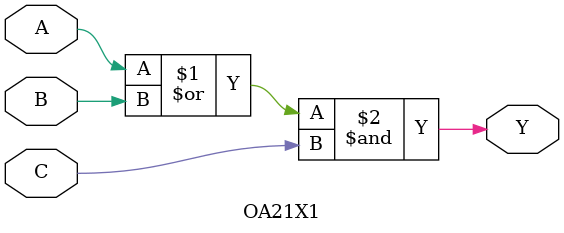
<source format=v>


module OA21X1 (A, B, C, Y);
	input A, B, C;
	output Y;

	assign Y = (A | B) & C;

endmodule

</source>
